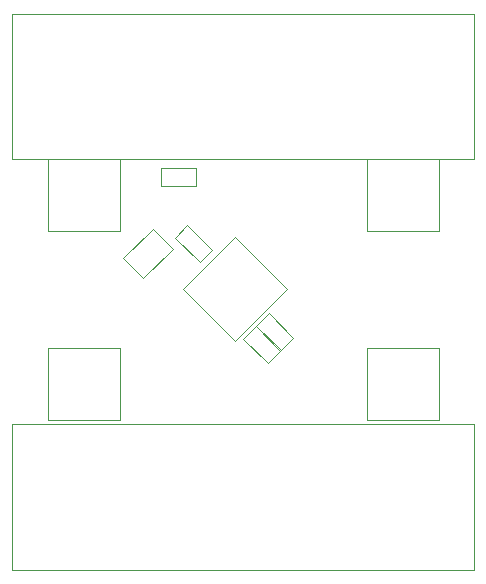
<source format=gbr>
%TF.GenerationSoftware,KiCad,Pcbnew,7.0.1*%
%TF.CreationDate,2023-04-03T23:37:47-04:00*%
%TF.ProjectId,comm_v0p4,636f6d6d-5f76-4307-9034-2e6b69636164,rev?*%
%TF.SameCoordinates,Original*%
%TF.FileFunction,Other,User*%
%FSLAX46Y46*%
G04 Gerber Fmt 4.6, Leading zero omitted, Abs format (unit mm)*
G04 Created by KiCad (PCBNEW 7.0.1) date 2023-04-03 23:37:47*
%MOMM*%
%LPD*%
G01*
G04 APERTURE LIST*
%ADD10C,0.050000*%
G04 APERTURE END LIST*
D10*
%TO.C,J7*%
X80470000Y-82530000D02*
X86570000Y-82530000D01*
X80470000Y-76430000D02*
X80470000Y-82530000D01*
X86570000Y-82530000D02*
X86570000Y-76430000D01*
X86570000Y-76430000D02*
X80470000Y-76430000D01*
%TO.C,J6*%
X86570000Y-60430000D02*
X80470000Y-60430000D01*
X86570000Y-66530000D02*
X86570000Y-60430000D01*
X80470000Y-60430000D02*
X80470000Y-66530000D01*
X80470000Y-66530000D02*
X86570000Y-66530000D01*
%TO.C,J5*%
X59570000Y-76430000D02*
X53470000Y-76430000D01*
X59570000Y-82530000D02*
X59570000Y-76430000D01*
X53470000Y-76430000D02*
X53470000Y-82530000D01*
X53470000Y-82530000D02*
X59570000Y-82530000D01*
%TO.C,J4*%
X59570000Y-60430000D02*
X53470000Y-60430000D01*
X59570000Y-66530000D02*
X59570000Y-60430000D01*
X53470000Y-60430000D02*
X53470000Y-66530000D01*
X53470000Y-66530000D02*
X59570000Y-66530000D01*
%TO.C,R5*%
X63020000Y-61270000D02*
X65980000Y-61270000D01*
X65980000Y-61270000D02*
X65980000Y-62730000D01*
X63020000Y-62730000D02*
X63020000Y-61270000D01*
X65980000Y-62730000D02*
X63020000Y-62730000D01*
%TO.C,C3*%
X73230330Y-76662706D02*
X71137294Y-74569670D01*
X72169670Y-73537294D02*
X74262706Y-75630330D01*
X74262706Y-75630330D02*
X73230330Y-76662706D01*
X71137294Y-74569670D02*
X72169670Y-73537294D01*
%TO.C,Y1*%
X61562563Y-70584493D02*
X59865507Y-68887437D01*
X64037437Y-68109619D02*
X61562563Y-70584493D01*
X59865507Y-68887437D02*
X62340381Y-66412563D01*
X62340381Y-66412563D02*
X64037437Y-68109619D01*
%TO.C,C1*%
X65269670Y-66087294D02*
X67362706Y-68180330D01*
X66330330Y-69212706D02*
X64237294Y-67119670D01*
X64237294Y-67119670D02*
X65269670Y-66087294D01*
X67362706Y-68180330D02*
X66330330Y-69212706D01*
%TO.C,C2*%
X71069670Y-74637294D02*
X73162706Y-76730330D01*
X70037294Y-75669670D02*
X71069670Y-74637294D01*
X73162706Y-76730330D02*
X72130330Y-77762706D01*
X72130330Y-77762706D02*
X70037294Y-75669670D01*
%TO.C,J1*%
X50430000Y-95250000D02*
X89580000Y-95250000D01*
X89580000Y-95250000D02*
X89580000Y-82900000D01*
X50430000Y-82900000D02*
X50430000Y-95250000D01*
X89580000Y-82900000D02*
X50430000Y-82900000D01*
%TO.C,J2*%
X89530000Y-48200000D02*
X50430000Y-48200000D01*
X50430000Y-48200000D02*
X50430000Y-60500000D01*
X89530000Y-60500000D02*
X89530000Y-48200000D01*
X50430000Y-60500000D02*
X89530000Y-60500000D01*
%TO.C,U1*%
X69300000Y-67075154D02*
X64887654Y-71487500D01*
X64887654Y-71487500D02*
X69300000Y-75899846D01*
X73712346Y-71487500D02*
X69300000Y-67075154D01*
X69300000Y-75899846D02*
X73712346Y-71487500D01*
%TD*%
M02*

</source>
